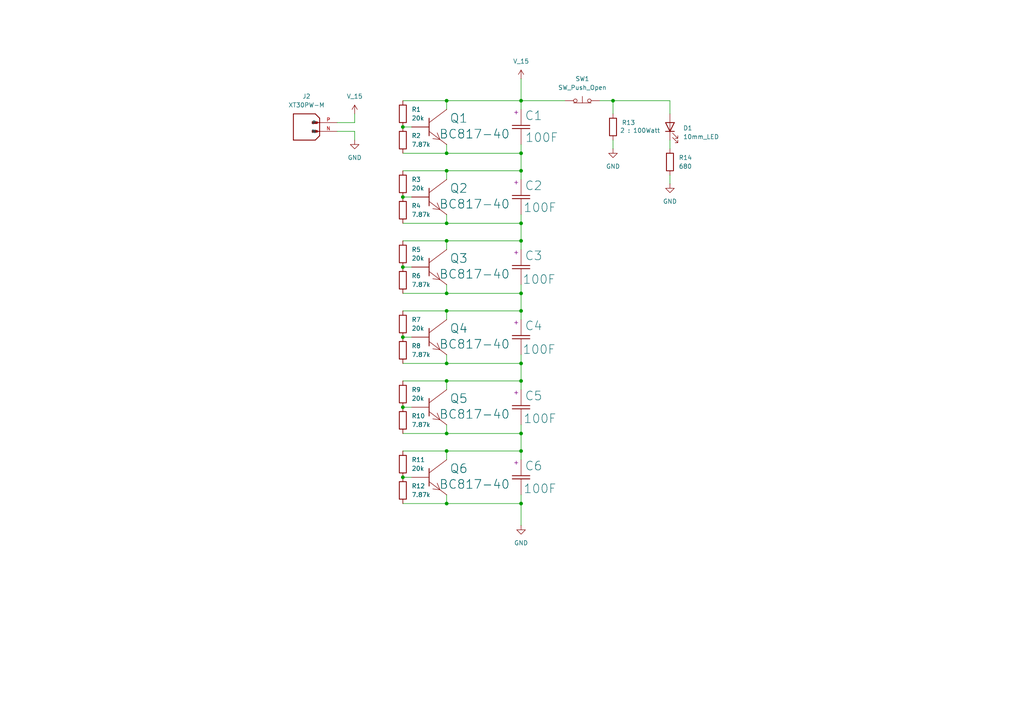
<source format=kicad_sch>
(kicad_sch (version 20231120) (generator "eeschema") (generator_version "8.0")
  (paper "A4")
  (lib_symbols
    (symbol "Device:LED" (pin_numbers hide) (pin_names (offset 1.016) hide)
      (property "Reference" "D" (at 0 2.54 0))
      (property "Value" "LED" (at 0 -2.54 0))
      (symbol "LED_0_1"
        (polyline (pts (xy -1.27 -1.27) (xy -1.27 1.27)) (stroke (width 0.254)))
        (polyline (pts (xy -1.27 0) (xy 1.27 0)))
        (polyline (pts (xy 1.27 -1.27) (xy 1.27 1.27) (xy -1.27 0) (xy 1.27 -1.27)) (stroke (width 0.254)))
        (polyline (pts (xy -3.048 -0.762) (xy -4.572 -2.286) (xy -3.81 -2.286) (xy -4.572 -2.286) (xy -4.572 -1.524)))
        (polyline (pts (xy -1.778 -0.762) (xy -3.302 -2.286) (xy -2.54 -2.286) (xy -3.302 -2.286) (xy -3.302 -1.524)))
      )
      (symbol "LED_1_1"
        (pin passive line (at -3.81 0 0) (length 2.54) (name "K") (number "1"))
        (pin passive line (at 3.81 0 180) (length 2.54) (name "A") (number "2"))
      )
    )
    (symbol "Device:R" (pin_numbers hide) (pin_names (offset 0))
      (property "Reference" "R" (at 2.032 0 90))
      (property "Value" "R" (at 0 0 90))
      (symbol "R_0_1"
        (rectangle (start -1.016 -2.54) (end 1.016 2.54) (stroke (width 0.254)))
      )
      (symbol "R_1_1"
        (pin passive line (at 0 3.81 270) (length 1.27) (name "~") (number "1"))
        (pin passive line (at 0 -3.81 90) (length 1.27) (name "~") (number "2"))
      )
    )
    (symbol "PCM_Generic:C,IEC" (pin_numbers hide) (pin_names (offset 0) hide)
      (property "Reference" "C" (at 2.54 2.54 0))
      (property "Value" "C,IEC" (at 2.54 -2.54 0))
      (property "Indicator" "+" (at -2.54 2.54 0))
      (symbol "C,IEC_1_1"
        (polyline (pts (xy -2.54 -0.4572) (xy 2.54 -0.4572)) (stroke (width 0.254)))
        (polyline (pts (xy -2.54 0.4572) (xy 2.54 0.4572)) (stroke (width 0.254)))
        (pin passive line (at 0 5.08 270) (length 4.6228) (name "+") (number "1"))
        (pin passive line (at 0 -5.08 90) (length 4.6228) (name "-") (number "2"))
      )
    )
    (symbol "PCM_Generic:Q-BJT,NPN,IEC" (pin_numbers hide) (pin_names (offset 0) hide)
      (property "Reference" "Q" (at 7.62 2.54 0))
      (property "Value" "Q-BJT,NPN,IEC" (at 7.62 -2.54 0))
      (symbol "Q-BJT,NPN,IEC_1_1"
        (polyline (pts (xy 0 2.54) (xy 0 -2.54)) (stroke (width 0.254)))
        (polyline (pts (xy 5.08 -5.08) (xy 0 -1.27)))
        (polyline (pts (xy 5.08 5.08) (xy 0 1.27)))
        (polyline (pts (xy 2.3368 -1.7018) (xy 3.1496 -3.6322) (xy 1.0668 -3.3782)))
        (pin passive line (at 5.08 5.08 270) (length 0) (name "C") (number "1"))
        (pin passive line (at -5.08 0 0) (length 5.08) (name "B") (number "2"))
        (pin passive line (at 5.08 -5.08 90) (length 0) (name "E") (number "3"))
      )
    )
    (symbol "PassiveBankV1:XT30PW-M" (pin_names (offset 1.016))
      (property "Reference" "J" (at -7.62 3.302 0))
      (property "Value" "XT30PW-M" (at -7.62 -7.62 0))
      (symbol "XT30PW-M_0_0"
        (rectangle (start -2.2225 -2.8575) (end -0.635 -2.2225) (stroke (width 0.1)) (fill (type outline)))
        (rectangle (start -2.2225 -0.3175) (end -0.635 0.3175) (stroke (width 0.1)) (fill (type outline)))
        (polyline (pts (xy -7.62 -5.08) (xy -7.62 2.54)) (stroke (width 0.254)))
        (polyline (pts (xy -7.62 2.54) (xy -1.27 2.54)) (stroke (width 0.254)))
        (polyline (pts (xy -1.27 -5.08) (xy -7.62 -5.08)) (stroke (width 0.254)))
        (polyline (pts (xy 0 -3.81) (xy -1.27 -5.08)) (stroke (width 0.254)))
        (polyline (pts (xy 0 -2.54) (xy -1.905 -2.54)) (stroke (width 0.254)))
        (polyline (pts (xy 0 0) (xy -1.905 0)) (stroke (width 0.254)))
        (polyline (pts (xy 0 0) (xy 0 -3.81)) (stroke (width 0.254)))
        (polyline (pts (xy 0 1.27) (xy -1.27 2.54)) (stroke (width 0.254)))
        (polyline (pts (xy 0 1.27) (xy 0 0)) (stroke (width 0.254)))
        (pin power_in line (at 5.08 -2.54 180) (length 5.08) (name "N") (number "N"))
        (pin power_in line (at 5.08 0 180) (length 5.08) (name "P") (number "P"))
      )
    )
    (symbol "Switch:SW_Push_Open" (pin_numbers hide) (pin_names (offset 1.016) hide)
      (property "Reference" "SW" (at 0 2.54 0))
      (property "Value" "SW_Push_Open" (at 0 -1.905 0))
      (symbol "SW_Push_Open_0_1"
        (circle (center -2.032 0) (radius 0.508))
        (polyline (pts (xy -2.54 -0.635) (xy 2.54 -0.635)))
        (polyline (pts (xy 0 -0.635) (xy 0 1.27)))
        (circle (center 2.032 0) (radius 0.508))
        (pin passive line (at -5.08 0 0) (length 2.54) (name "A") (number "1"))
      )
      (symbol "SW_Push_Open_1_1"
        (pin passive line (at 5.08 0 180) (length 2.54) (name "B") (number "2"))
      )
    )
    (symbol "power:GND" (power) (pin_numbers hide) (pin_names (offset 0) hide)
      (property "Value" "GND" (at 0 -3.81 0))
      (symbol "GND_0_1"
        (polyline (pts (xy 0 0) (xy 0 -1.27) (xy 1.27 -1.27) (xy 0 -2.54) (xy -1.27 -1.27) (xy 0 -1.27)))
      )
      (symbol "GND_1_1"
        (pin power_in line (at 0 0 270) (length 0) (name "~") (number "1"))
      )
    )
    (symbol "power:VCC" (power) (pin_numbers hide) (pin_names (offset 0) hide)
      (property "Value" "VCC" (at 0 3.556 0))
      (symbol "VCC_0_1"
        (polyline (pts (xy -0.762 1.27) (xy 0 2.54)))
        (polyline (pts (xy 0 0) (xy 0 2.54)))
        (polyline (pts (xy 0 2.54) (xy 0.762 1.27)))
      )
      (symbol "VCC_1_1"
        (pin power_in line (at 0 0 90) (length 0) (name "~") (number "1"))
      )
    )
  )
  (junction (at 129.54 110.49))
  (junction (at 129.54 29.21))
  (junction (at 116.84 36.83))
  (junction (at 151.13 125.73))
  (junction (at 151.13 29.21))
  (junction (at 129.54 146.05))
  (junction (at 151.13 49.53))
  (junction (at 129.54 90.17))
  (junction (at 151.13 130.81))
  (junction (at 151.13 110.49))
  (junction (at 129.54 105.41))
  (junction (at 116.84 57.15))
  (junction (at 151.13 44.45))
  (junction (at 151.13 90.17))
  (junction (at 151.13 146.05))
  (junction (at 129.54 69.85))
  (junction (at 151.13 64.77))
  (junction (at 151.13 85.09))
  (junction (at 177.8 29.21))
  (junction (at 129.54 125.73))
  (junction (at 116.84 97.79))
  (junction (at 129.54 44.45))
  (junction (at 151.13 105.41))
  (junction (at 116.84 77.47))
  (junction (at 151.13 69.85))
  (junction (at 116.84 138.43))
  (junction (at 129.54 85.09))
  (junction (at 129.54 49.53))
  (junction (at 129.54 130.81))
  (junction (at 116.84 118.11))
  (junction (at 129.54 64.77))
  (wire (pts (xy 151.13 113.03) (xy 151.13 110.49)))
  (wire (pts (xy 116.84 49.53) (xy 129.54 49.53)))
  (wire (pts (xy 116.84 69.85) (xy 129.54 69.85)))
  (wire (pts (xy 116.84 105.41) (xy 129.54 105.41)))
  (wire (pts (xy 151.13 44.45) (xy 151.13 49.53)))
  (wire (pts (xy 194.31 50.8) (xy 194.31 53.34)))
  (wire (pts (xy 151.13 92.71) (xy 151.13 90.17)))
  (wire (pts (xy 116.84 90.17) (xy 129.54 90.17)))
  (wire (pts (xy 177.8 29.21) (xy 177.8 33.02)))
  (wire (pts (xy 116.84 29.21) (xy 129.54 29.21)))
  (wire (pts (xy 151.13 125.73) (xy 151.13 123.19)))
  (wire (pts (xy 102.87 35.56) (xy 97.79 35.56)))
  (wire (pts (xy 151.13 146.05) (xy 151.13 152.4)))
  (wire (pts (xy 116.84 85.09) (xy 129.54 85.09)))
  (wire (pts (xy 116.84 44.45) (xy 129.54 44.45)))
  (wire (pts (xy 151.13 29.21) (xy 151.13 22.86)))
  (wire (pts (xy 116.84 138.43) (xy 119.38 138.43)))
  (wire (pts (xy 116.84 118.11) (xy 119.38 118.11)))
  (wire (pts (xy 129.54 110.49) (xy 129.54 113.03)))
  (wire (pts (xy 173.99 29.21) (xy 177.8 29.21)))
  (wire (pts (xy 129.54 64.77) (xy 151.13 64.77)))
  (wire (pts (xy 129.54 29.21) (xy 151.13 29.21)))
  (wire (pts (xy 151.13 105.41) (xy 151.13 102.87)))
  (wire (pts (xy 129.54 69.85) (xy 129.54 72.39)))
  (wire (pts (xy 116.84 97.79) (xy 119.38 97.79)))
  (wire (pts (xy 102.87 33.02) (xy 102.87 35.56)))
  (wire (pts (xy 129.54 143.51) (xy 129.54 146.05)))
  (wire (pts (xy 102.87 38.1) (xy 102.87 40.64)))
  (wire (pts (xy 129.54 90.17) (xy 151.13 90.17)))
  (wire (pts (xy 129.54 110.49) (xy 151.13 110.49)))
  (wire (pts (xy 151.13 72.39) (xy 151.13 69.85)))
  (wire (pts (xy 151.13 105.41) (xy 151.13 110.49)))
  (wire (pts (xy 151.13 85.09) (xy 151.13 82.55)))
  (wire (pts (xy 129.54 44.45) (xy 151.13 44.45)))
  (wire (pts (xy 151.13 125.73) (xy 151.13 130.81)))
  (wire (pts (xy 97.79 38.1) (xy 102.87 38.1)))
  (wire (pts (xy 129.54 105.41) (xy 151.13 105.41)))
  (wire (pts (xy 129.54 49.53) (xy 151.13 49.53)))
  (wire (pts (xy 129.54 125.73) (xy 151.13 125.73)))
  (wire (pts (xy 194.31 40.64) (xy 194.31 43.18)))
  (wire (pts (xy 116.84 57.15) (xy 119.38 57.15)))
  (wire (pts (xy 116.84 77.47) (xy 119.38 77.47)))
  (wire (pts (xy 129.54 102.87) (xy 129.54 105.41)))
  (wire (pts (xy 129.54 62.23) (xy 129.54 64.77)))
  (wire (pts (xy 151.13 29.21) (xy 163.83 29.21)))
  (wire (pts (xy 151.13 64.77) (xy 151.13 62.23)))
  (wire (pts (xy 194.31 33.02) (xy 194.31 29.21)))
  (wire (pts (xy 129.54 29.21) (xy 129.54 31.75)))
  (wire (pts (xy 151.13 44.45) (xy 151.13 41.91)))
  (wire (pts (xy 116.84 64.77) (xy 129.54 64.77)))
  (wire (pts (xy 129.54 130.81) (xy 151.13 130.81)))
  (wire (pts (xy 116.84 146.05) (xy 129.54 146.05)))
  (wire (pts (xy 151.13 64.77) (xy 151.13 69.85)))
  (wire (pts (xy 116.84 36.83) (xy 119.38 36.83)))
  (wire (pts (xy 129.54 82.55) (xy 129.54 85.09)))
  (wire (pts (xy 151.13 31.75) (xy 151.13 29.21)))
  (wire (pts (xy 129.54 90.17) (xy 129.54 92.71)))
  (wire (pts (xy 129.54 85.09) (xy 151.13 85.09)))
  (wire (pts (xy 129.54 69.85) (xy 151.13 69.85)))
  (wire (pts (xy 129.54 41.91) (xy 129.54 44.45)))
  (wire (pts (xy 129.54 123.19) (xy 129.54 125.73)))
  (wire (pts (xy 129.54 49.53) (xy 129.54 52.07)))
  (wire (pts (xy 177.8 40.64) (xy 177.8 43.18)))
  (wire (pts (xy 129.54 146.05) (xy 151.13 146.05)))
  (wire (pts (xy 151.13 133.35) (xy 151.13 130.81)))
  (wire (pts (xy 151.13 146.05) (xy 151.13 143.51)))
  (wire (pts (xy 151.13 52.07) (xy 151.13 49.53)))
  (wire (pts (xy 177.8 29.21) (xy 194.31 29.21)))
  (wire (pts (xy 116.84 130.81) (xy 129.54 130.81)))
  (wire (pts (xy 116.84 125.73) (xy 129.54 125.73)))
  (wire (pts (xy 116.84 110.49) (xy 129.54 110.49)))
  (wire (pts (xy 129.54 130.81) (xy 129.54 133.35)))
  (wire (pts (xy 151.13 85.09) (xy 151.13 90.17)))
  (symbol (lib_id "power:GND") (at 151.13 152.4 0) (unit 1)
    (property "Reference" "#PWR01" (effects (hide yes)))
    (property "Value" "GND" (at 151.13 157.48 0))
    (property "Description" "Power symbol creates a global label with name \"GND\" , ground" (effects (hide yes)))
  )
  (symbol (lib_id "PCM_Generic:C,IEC") (at 151.13 36.83 0) (unit 1)
    (property "Reference" "C1" (at 157.48 33.528 0) (effects (font (size 2.54 2.54)) (justify right)))
    (property "Value" "100F" (at 162.052 39.878 0) (effects (font (size 2.54 2.54)) (justify right)))
    (property "Footprint" "PassiveBankV1:100F Kyocera Cap" (effects (hide yes)))
    (property "Description" "capacitor, non-polarized/polar(ized)/bipolar (IEC)" (effects (hide yes)))
    (property "Indicator" "+" (at 150.622 32.512 0) (effects (justify right)))
  )
  (symbol (lib_id "Device:R") (at 177.8 36.83 0) (unit 1)
    (property "Reference" "R13" (at 180.34 35.5599 0) (effects (justify left)))
    (property "Value" "2 : 100Watt" (at 179.832 37.846 0) (effects (justify left)))
    (property "Footprint" "PassiveBankV1:100Watt2" (effects (hide yes)))
    (property "Description" "Resistor" (effects (hide yes)))
  )
  (symbol (lib_id "Device:R") (at 116.84 60.96 0) (unit 1)
    (property "Reference" "R4" (at 119.38 59.6899 0) (effects (justify left)))
    (property "Value" "7.87k" (at 119.38 62.2299 0) (effects (justify left)))
    (property "Footprint" "PassiveBankV1:787Resistor" (effects (hide yes)))
    (property "Description" "Resistor" (effects (hide yes)))
  )
  (symbol (lib_id "Device:R") (at 116.84 33.02 0) (unit 1)
    (property "Reference" "R1" (at 119.38 31.7499 0) (effects (justify left)))
    (property "Value" "20k" (at 119.38 34.2899 0) (effects (justify left)))
    (property "Footprint" "PassiveBankV1:20kResistor" (effects (hide yes)))
    (property "Description" "Resistor" (effects (hide yes)))
  )
  (symbol (lib_id "Switch:SW_Push_Open") (at 168.91 29.21 0) (unit 1)
    (property "Reference" "SW1" (at 168.91 22.86 0))
    (property "Value" "SW_Push_Open" (at 168.91 25.4 0))
    (property "Footprint" "PassiveBankV1:SW_RB141C1100" (effects (hide yes)))
    (property "Description" "Push button switch, push-to-open, generic, two pins" (effects (hide yes)))
  )
  (symbol (lib_id "PCM_Generic:C,IEC") (at 151.13 138.43 0) (unit 1)
    (property "Reference" "C6" (at 157.48 135.128 0) (effects (font (size 2.54 2.54)) (justify right)))
    (property "Value" "100F" (at 161.544 141.732 0) (effects (font (size 2.54 2.54)) (justify right)))
    (property "Footprint" "PassiveBankV1:100F Kyocera Cap" (effects (hide yes)))
    (property "Description" "capacitor, non-polarized/polar(ized)/bipolar (IEC)" (effects (hide yes)))
    (property "Indicator" "+" (at 150.622 134.112 0) (effects (justify right)))
  )
  (symbol (lib_id "PCM_Generic:Q-BJT,NPN,IEC") (at 124.46 97.79 0) (unit 1)
    (property "Reference" "Q4" (at 130.302 95.25 0) (effects (font (size 2.54 2.54)) (justify left)))
    (property "Value" "BC817-40" (at 127.254 99.822 0) (effects (font (size 2.54 2.54)) (justify left)))
    (property "Footprint" "PassiveBankV1:NPN BJT" (effects (hide yes)))
    (property "Description" "bipolar junction transistor (BJT): NPN (IEC)" (effects (hide yes)))
  )
  (symbol (lib_id "Device:R") (at 116.84 121.92 0) (unit 1)
    (property "Reference" "R10" (at 119.38 120.6499 0) (effects (justify left)))
    (property "Value" "7.87k" (at 119.38 123.1899 0) (effects (justify left)))
    (property "Footprint" "PassiveBankV1:787Resistor" (effects (hide yes)))
    (property "Description" "Resistor" (effects (hide yes)))
  )
  (symbol (lib_id "PCM_Generic:C,IEC") (at 151.13 118.11 0) (unit 1)
    (property "Reference" "C5" (at 157.48 114.808 0) (effects (font (size 2.54 2.54)) (justify right)))
    (property "Value" "100F" (at 161.544 121.412 0) (effects (font (size 2.54 2.54)) (justify right)))
    (property "Footprint" "PassiveBankV1:100F Kyocera Cap" (effects (hide yes)))
    (property "Description" "capacitor, non-polarized/polar(ized)/bipolar (IEC)" (effects (hide yes)))
    (property "Indicator" "+" (at 150.622 113.792 0) (effects (justify right)))
  )
  (symbol (lib_id "Device:R") (at 116.84 114.3 0) (unit 1)
    (property "Reference" "R9" (at 119.38 113.0299 0) (effects (justify left)))
    (property "Value" "20k" (at 119.38 115.5699 0) (effects (justify left)))
    (property "Footprint" "PassiveBankV1:20kResistor" (effects (hide yes)))
    (property "Description" "Resistor" (effects (hide yes)))
  )
  (symbol (lib_id "power:VCC") (at 102.87 33.02 0) (unit 1)
    (property "Reference" "#PWR03" (effects (hide yes)))
    (property "Value" "V_15" (at 102.87 27.94 0))
    (property "Description" "Power symbol creates a global label with name \"VCC\"" (effects (hide yes)))
  )
  (symbol (lib_id "power:GND") (at 177.8 43.18 0) (unit 1)
    (property "Reference" "#PWR05" (effects (hide yes)))
    (property "Value" "GND" (at 177.8 48.26 0))
    (property "Description" "Power symbol creates a global label with name \"GND\" , ground" (effects (hide yes)))
  )
  (symbol (lib_id "Device:R") (at 116.84 40.64 0) (unit 1)
    (property "Reference" "R2" (at 119.38 39.3699 0) (effects (justify left)))
    (property "Value" "7.87k" (at 119.38 41.9099 0) (effects (justify left)))
    (property "Footprint" "PassiveBankV1:787Resistor" (effects (hide yes)))
    (property "Description" "Resistor" (effects (hide yes)))
  )
  (symbol (lib_id "Device:LED") (at 194.31 36.83 90) (unit 1)
    (property "Reference" "D1" (at 198.12 37.1474 90) (effects (justify right)))
    (property "Value" "10mm_LED" (at 198.12 39.6874 90) (effects (justify right)))
    (property "Footprint" "PassiveBankV1:10mm LED" (effects (hide yes)))
    (property "Description" "Light emitting diode" (effects (hide yes)))
  )
  (symbol (lib_id "PCM_Generic:Q-BJT,NPN,IEC") (at 124.46 77.47 0) (unit 1)
    (property "Reference" "Q3" (at 130.302 74.93 0) (effects (font (size 2.54 2.54)) (justify left)))
    (property "Value" "BC817-40" (at 127.254 79.502 0) (effects (font (size 2.54 2.54)) (justify left)))
    (property "Footprint" "PassiveBankV1:NPN BJT" (effects (hide yes)))
    (property "Description" "bipolar junction transistor (BJT): NPN (IEC)" (effects (hide yes)))
  )
  (symbol (lib_id "power:GND") (at 194.31 53.34 0) (unit 1)
    (property "Reference" "#PWR06" (effects (hide yes)))
    (property "Value" "GND" (at 194.31 58.42 0))
    (property "Description" "Power symbol creates a global label with name \"GND\" , ground" (effects (hide yes)))
  )
  (symbol (lib_id "Device:R") (at 116.84 142.24 0) (unit 1)
    (property "Reference" "R12" (at 119.38 140.9699 0) (effects (justify left)))
    (property "Value" "7.87k" (at 119.38 143.5099 0) (effects (justify left)))
    (property "Footprint" "PassiveBankV1:787Resistor" (effects (hide yes)))
    (property "Description" "Resistor" (effects (hide yes)))
  )
  (symbol (lib_id "Device:R") (at 116.84 93.98 0) (unit 1)
    (property "Reference" "R7" (at 119.38 92.7099 0) (effects (justify left)))
    (property "Value" "20k" (at 119.38 95.2499 0) (effects (justify left)))
    (property "Footprint" "PassiveBankV1:20kResistor" (effects (hide yes)))
    (property "Description" "Resistor" (effects (hide yes)))
  )
  (symbol (lib_id "power:VCC") (at 151.13 22.86 0) (unit 1)
    (property "Reference" "#PWR02" (effects (hide yes)))
    (property "Value" "V_15" (at 151.13 17.78 0))
    (property "Description" "Power symbol creates a global label with name \"VCC\"" (effects (hide yes)))
  )
  (symbol (lib_id "Device:R") (at 116.84 81.28 0) (unit 1)
    (property "Reference" "R6" (at 119.38 80.0099 0) (effects (justify left)))
    (property "Value" "7.87k" (at 119.38 82.5499 0) (effects (justify left)))
    (property "Footprint" "PassiveBankV1:787Resistor" (effects (hide yes)))
    (property "Description" "Resistor" (effects (hide yes)))
  )
  (symbol (lib_id "PCM_Generic:C,IEC") (at 151.13 97.79 0) (unit 1)
    (property "Reference" "C4" (at 157.48 94.488 0) (effects (font (size 2.54 2.54)) (justify right)))
    (property "Value" "100F" (at 161.29 101.346 0) (effects (font (size 2.54 2.54)) (justify right)))
    (property "Footprint" "PassiveBankV1:100F Kyocera Cap" (effects (hide yes)))
    (property "Description" "capacitor, non-polarized/polar(ized)/bipolar (IEC)" (effects (hide yes)))
    (property "Indicator" "+" (at 150.622 93.472 0) (effects (justify right)))
  )
  (symbol (lib_id "Device:R") (at 116.84 101.6 0) (unit 1)
    (property "Reference" "R8" (at 119.38 100.3299 0) (effects (justify left)))
    (property "Value" "7.87k" (at 119.38 102.8699 0) (effects (justify left)))
    (property "Footprint" "PassiveBankV1:787Resistor" (effects (hide yes)))
    (property "Description" "Resistor" (effects (hide yes)))
  )
  (symbol (lib_id "Device:R") (at 116.84 73.66 0) (unit 1)
    (property "Reference" "R5" (at 119.38 72.3899 0) (effects (justify left)))
    (property "Value" "20k" (at 119.38 74.9299 0) (effects (justify left)))
    (property "Footprint" "PassiveBankV1:20kResistor" (effects (hide yes)))
    (property "Description" "Resistor" (effects (hide yes)))
  )
  (symbol (lib_id "PassiveBankV1:XT30PW-M") (at 92.71 35.56 0) (unit 1)
    (property "Reference" "J2" (at 88.9 27.94 0))
    (property "Value" "XT30PW-M" (at 88.9 30.48 0))
    (property "Footprint" "XT30PW-M:AMASS_XT30PW-M" (effects (hide yes)))
    (property "MF" "AMASS" (effects (hide yes)))
    (property "MAXIMUM_PACKAGE_HEIGHT" "5 mm" (effects (hide yes)))
    (property "Package" "None" (effects (hide yes)))
    (property "Price" "None" (effects (hide yes)))
    (property "Check_prices" "https://www.snapeda.com/parts/XT30PW-M/AMASS/view-part/?ref=eda" (effects (hide yes)))
    (property "STANDARD" "Manufacturer Recommendations" (effects (hide yes)))
    (property "PARTREV" "1.2" (effects (hide yes)))
    (property "SnapEDA_Link" "https://www.snapeda.com/parts/XT30PW-M/AMASS/view-part/?ref=snap" (effects (hide yes)))
    (property "MP" "XT30PW-M" (effects (hide yes)))
    (property "Description_1" "\nSocket; DC supply; XT30; male; PIN: 2; on PCBs; THT; Colour: yellow\n" (effects (hide yes)))
    (property "MANUFACTURER" "Amass" (effects (hide yes)))
    (property "Availability" "Not in stock" (effects (hide yes)))
    (property "SNAPEDA_PN" "XT30PW-M" (effects (hide yes)))
  )
  (symbol (lib_id "PCM_Generic:C,IEC") (at 151.13 57.15 0) (unit 1)
    (property "Reference" "C2" (at 157.48 53.848 0) (effects (font (size 2.54 2.54)) (justify right)))
    (property "Value" "100F" (at 161.544 60.198 0) (effects (font (size 2.54 2.54)) (justify right)))
    (property "Footprint" "PassiveBankV1:100F Kyocera Cap" (effects (hide yes)))
    (property "Description" "capacitor, non-polarized/polar(ized)/bipolar (IEC)" (effects (hide yes)))
    (property "Indicator" "+" (at 150.622 52.832 0) (effects (justify right)))
  )
  (symbol (lib_id "PCM_Generic:Q-BJT,NPN,IEC") (at 124.46 36.83 0) (unit 1)
    (property "Reference" "Q1" (at 130.302 34.29 0) (effects (font (size 2.54 2.54)) (justify left)))
    (property "Value" "BC817-40" (at 127.254 38.862 0) (effects (font (size 2.54 2.54)) (justify left)))
    (property "Footprint" "PassiveBankV1:NPN BJT" (effects (hide yes)))
    (property "Description" "bipolar junction transistor (BJT): NPN (IEC)" (effects (hide yes)))
  )
  (symbol (lib_id "Device:R") (at 194.31 46.99 0) (unit 1)
    (property "Reference" "R14" (at 196.85 45.7199 0) (effects (justify left)))
    (property "Value" "680" (at 196.85 48.2599 0) (effects (justify left)))
    (property "Footprint" "PassiveBankV1:680 Resistor" (effects (hide yes)))
    (property "Description" "Resistor" (effects (hide yes)))
  )
  (symbol (lib_id "PCM_Generic:C,IEC") (at 151.13 77.47 0) (unit 1)
    (property "Reference" "C3" (at 157.48 74.168 0) (effects (font (size 2.54 2.54)) (justify right)))
    (property "Value" "100F" (at 161.29 81.026 0) (effects (font (size 2.54 2.54)) (justify right)))
    (property "Footprint" "PassiveBankV1:100F Kyocera Cap" (effects (hide yes)))
    (property "Description" "capacitor, non-polarized/polar(ized)/bipolar (IEC)" (effects (hide yes)))
    (property "Indicator" "+" (at 150.622 73.152 0) (effects (justify right)))
  )
  (symbol (lib_id "PCM_Generic:Q-BJT,NPN,IEC") (at 124.46 57.15 0) (unit 1)
    (property "Reference" "Q2" (at 130.302 54.61 0) (effects (font (size 2.54 2.54)) (justify left)))
    (property "Value" "BC817-40" (at 127.254 59.182 0) (effects (font (size 2.54 2.54)) (justify left)))
    (property "Footprint" "PassiveBankV1:NPN BJT" (effects (hide yes)))
    (property "Description" "bipolar junction transistor (BJT): NPN (IEC)" (effects (hide yes)))
  )
  (symbol (lib_id "power:GND") (at 102.87 40.64 0) (unit 1)
    (property "Reference" "#PWR04" (effects (hide yes)))
    (property "Value" "GND" (at 102.87 45.72 0))
    (property "Description" "Power symbol creates a global label with name \"GND\" , ground" (effects (hide yes)))
  )
  (symbol (lib_id "PCM_Generic:Q-BJT,NPN,IEC") (at 124.46 118.11 0) (unit 1)
    (property "Reference" "Q5" (at 130.302 115.57 0) (effects (font (size 2.54 2.54)) (justify left)))
    (property "Value" "BC817-40" (at 127.254 120.142 0) (effects (font (size 2.54 2.54)) (justify left)))
    (property "Footprint" "PassiveBankV1:NPN BJT" (effects (hide yes)))
    (property "Description" "bipolar junction transistor (BJT): NPN (IEC)" (effects (hide yes)))
  )
  (symbol (lib_id "Device:R") (at 116.84 134.62 0) (unit 1)
    (property "Reference" "R11" (at 119.38 133.3499 0) (effects (justify left)))
    (property "Value" "20k" (at 119.38 135.8899 0) (effects (justify left)))
    (property "Footprint" "PassiveBankV1:20kResistor" (effects (hide yes)))
    (property "Description" "Resistor" (effects (hide yes)))
  )
  (symbol (lib_id "PCM_Generic:Q-BJT,NPN,IEC") (at 124.46 138.43 0) (unit 1)
    (property "Reference" "Q6" (at 130.302 135.89 0) (effects (font (size 2.54 2.54)) (justify left)))
    (property "Value" "BC817-40" (at 127.254 140.462 0) (effects (font (size 2.54 2.54)) (justify left)))
    (property "Footprint" "PassiveBankV1:NPN BJT" (effects (hide yes)))
    (property "Description" "bipolar junction transistor (BJT): NPN (IEC)" (effects (hide yes)))
  )
  (symbol (lib_id "Device:R") (at 116.84 53.34 0) (unit 1)
    (property "Reference" "R3" (at 119.38 52.0699 0) (effects (justify left)))
    (property "Value" "20k" (at 119.38 54.6099 0) (effects (justify left)))
    (property "Footprint" "PassiveBankV1:20kResistor" (effects (hide yes)))
    (property "Description" "Resistor" (effects (hide yes)))
  )
)
</source>
